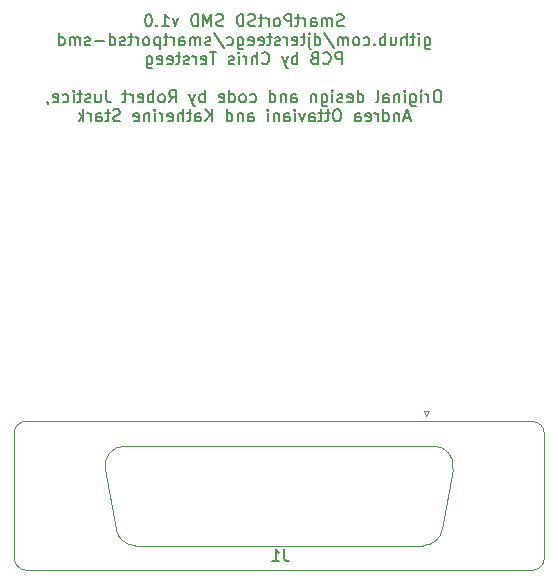
<source format=gbr>
%TF.GenerationSoftware,KiCad,Pcbnew,7.0.9*%
%TF.CreationDate,2023-12-04T13:48:36-06:00*%
%TF.ProjectId,smartportsd-smd,736d6172-7470-46f7-9274-73642d736d64,rev?*%
%TF.SameCoordinates,Original*%
%TF.FileFunction,Legend,Bot*%
%TF.FilePolarity,Positive*%
%FSLAX46Y46*%
G04 Gerber Fmt 4.6, Leading zero omitted, Abs format (unit mm)*
G04 Created by KiCad (PCBNEW 7.0.9) date 2023-12-04 13:48:36*
%MOMM*%
%LPD*%
G01*
G04 APERTURE LIST*
%ADD10C,0.150000*%
%ADD11C,0.120000*%
G04 APERTURE END LIST*
D10*
X162455762Y-88457200D02*
X162312905Y-88504819D01*
X162312905Y-88504819D02*
X162074810Y-88504819D01*
X162074810Y-88504819D02*
X161979572Y-88457200D01*
X161979572Y-88457200D02*
X161931953Y-88409580D01*
X161931953Y-88409580D02*
X161884334Y-88314342D01*
X161884334Y-88314342D02*
X161884334Y-88219104D01*
X161884334Y-88219104D02*
X161931953Y-88123866D01*
X161931953Y-88123866D02*
X161979572Y-88076247D01*
X161979572Y-88076247D02*
X162074810Y-88028628D01*
X162074810Y-88028628D02*
X162265286Y-87981009D01*
X162265286Y-87981009D02*
X162360524Y-87933390D01*
X162360524Y-87933390D02*
X162408143Y-87885771D01*
X162408143Y-87885771D02*
X162455762Y-87790533D01*
X162455762Y-87790533D02*
X162455762Y-87695295D01*
X162455762Y-87695295D02*
X162408143Y-87600057D01*
X162408143Y-87600057D02*
X162360524Y-87552438D01*
X162360524Y-87552438D02*
X162265286Y-87504819D01*
X162265286Y-87504819D02*
X162027191Y-87504819D01*
X162027191Y-87504819D02*
X161884334Y-87552438D01*
X161455762Y-88504819D02*
X161455762Y-87838152D01*
X161455762Y-87933390D02*
X161408143Y-87885771D01*
X161408143Y-87885771D02*
X161312905Y-87838152D01*
X161312905Y-87838152D02*
X161170048Y-87838152D01*
X161170048Y-87838152D02*
X161074810Y-87885771D01*
X161074810Y-87885771D02*
X161027191Y-87981009D01*
X161027191Y-87981009D02*
X161027191Y-88504819D01*
X161027191Y-87981009D02*
X160979572Y-87885771D01*
X160979572Y-87885771D02*
X160884334Y-87838152D01*
X160884334Y-87838152D02*
X160741477Y-87838152D01*
X160741477Y-87838152D02*
X160646238Y-87885771D01*
X160646238Y-87885771D02*
X160598619Y-87981009D01*
X160598619Y-87981009D02*
X160598619Y-88504819D01*
X159693858Y-88504819D02*
X159693858Y-87981009D01*
X159693858Y-87981009D02*
X159741477Y-87885771D01*
X159741477Y-87885771D02*
X159836715Y-87838152D01*
X159836715Y-87838152D02*
X160027191Y-87838152D01*
X160027191Y-87838152D02*
X160122429Y-87885771D01*
X159693858Y-88457200D02*
X159789096Y-88504819D01*
X159789096Y-88504819D02*
X160027191Y-88504819D01*
X160027191Y-88504819D02*
X160122429Y-88457200D01*
X160122429Y-88457200D02*
X160170048Y-88361961D01*
X160170048Y-88361961D02*
X160170048Y-88266723D01*
X160170048Y-88266723D02*
X160122429Y-88171485D01*
X160122429Y-88171485D02*
X160027191Y-88123866D01*
X160027191Y-88123866D02*
X159789096Y-88123866D01*
X159789096Y-88123866D02*
X159693858Y-88076247D01*
X159217667Y-88504819D02*
X159217667Y-87838152D01*
X159217667Y-88028628D02*
X159170048Y-87933390D01*
X159170048Y-87933390D02*
X159122429Y-87885771D01*
X159122429Y-87885771D02*
X159027191Y-87838152D01*
X159027191Y-87838152D02*
X158931953Y-87838152D01*
X158741476Y-87838152D02*
X158360524Y-87838152D01*
X158598619Y-87504819D02*
X158598619Y-88361961D01*
X158598619Y-88361961D02*
X158551000Y-88457200D01*
X158551000Y-88457200D02*
X158455762Y-88504819D01*
X158455762Y-88504819D02*
X158360524Y-88504819D01*
X158027190Y-88504819D02*
X158027190Y-87504819D01*
X158027190Y-87504819D02*
X157646238Y-87504819D01*
X157646238Y-87504819D02*
X157551000Y-87552438D01*
X157551000Y-87552438D02*
X157503381Y-87600057D01*
X157503381Y-87600057D02*
X157455762Y-87695295D01*
X157455762Y-87695295D02*
X157455762Y-87838152D01*
X157455762Y-87838152D02*
X157503381Y-87933390D01*
X157503381Y-87933390D02*
X157551000Y-87981009D01*
X157551000Y-87981009D02*
X157646238Y-88028628D01*
X157646238Y-88028628D02*
X158027190Y-88028628D01*
X156884333Y-88504819D02*
X156979571Y-88457200D01*
X156979571Y-88457200D02*
X157027190Y-88409580D01*
X157027190Y-88409580D02*
X157074809Y-88314342D01*
X157074809Y-88314342D02*
X157074809Y-88028628D01*
X157074809Y-88028628D02*
X157027190Y-87933390D01*
X157027190Y-87933390D02*
X156979571Y-87885771D01*
X156979571Y-87885771D02*
X156884333Y-87838152D01*
X156884333Y-87838152D02*
X156741476Y-87838152D01*
X156741476Y-87838152D02*
X156646238Y-87885771D01*
X156646238Y-87885771D02*
X156598619Y-87933390D01*
X156598619Y-87933390D02*
X156551000Y-88028628D01*
X156551000Y-88028628D02*
X156551000Y-88314342D01*
X156551000Y-88314342D02*
X156598619Y-88409580D01*
X156598619Y-88409580D02*
X156646238Y-88457200D01*
X156646238Y-88457200D02*
X156741476Y-88504819D01*
X156741476Y-88504819D02*
X156884333Y-88504819D01*
X156122428Y-88504819D02*
X156122428Y-87838152D01*
X156122428Y-88028628D02*
X156074809Y-87933390D01*
X156074809Y-87933390D02*
X156027190Y-87885771D01*
X156027190Y-87885771D02*
X155931952Y-87838152D01*
X155931952Y-87838152D02*
X155836714Y-87838152D01*
X155646237Y-87838152D02*
X155265285Y-87838152D01*
X155503380Y-87504819D02*
X155503380Y-88361961D01*
X155503380Y-88361961D02*
X155455761Y-88457200D01*
X155455761Y-88457200D02*
X155360523Y-88504819D01*
X155360523Y-88504819D02*
X155265285Y-88504819D01*
X154979570Y-88457200D02*
X154836713Y-88504819D01*
X154836713Y-88504819D02*
X154598618Y-88504819D01*
X154598618Y-88504819D02*
X154503380Y-88457200D01*
X154503380Y-88457200D02*
X154455761Y-88409580D01*
X154455761Y-88409580D02*
X154408142Y-88314342D01*
X154408142Y-88314342D02*
X154408142Y-88219104D01*
X154408142Y-88219104D02*
X154455761Y-88123866D01*
X154455761Y-88123866D02*
X154503380Y-88076247D01*
X154503380Y-88076247D02*
X154598618Y-88028628D01*
X154598618Y-88028628D02*
X154789094Y-87981009D01*
X154789094Y-87981009D02*
X154884332Y-87933390D01*
X154884332Y-87933390D02*
X154931951Y-87885771D01*
X154931951Y-87885771D02*
X154979570Y-87790533D01*
X154979570Y-87790533D02*
X154979570Y-87695295D01*
X154979570Y-87695295D02*
X154931951Y-87600057D01*
X154931951Y-87600057D02*
X154884332Y-87552438D01*
X154884332Y-87552438D02*
X154789094Y-87504819D01*
X154789094Y-87504819D02*
X154550999Y-87504819D01*
X154550999Y-87504819D02*
X154408142Y-87552438D01*
X153979570Y-88504819D02*
X153979570Y-87504819D01*
X153979570Y-87504819D02*
X153741475Y-87504819D01*
X153741475Y-87504819D02*
X153598618Y-87552438D01*
X153598618Y-87552438D02*
X153503380Y-87647676D01*
X153503380Y-87647676D02*
X153455761Y-87742914D01*
X153455761Y-87742914D02*
X153408142Y-87933390D01*
X153408142Y-87933390D02*
X153408142Y-88076247D01*
X153408142Y-88076247D02*
X153455761Y-88266723D01*
X153455761Y-88266723D02*
X153503380Y-88361961D01*
X153503380Y-88361961D02*
X153598618Y-88457200D01*
X153598618Y-88457200D02*
X153741475Y-88504819D01*
X153741475Y-88504819D02*
X153979570Y-88504819D01*
X152265284Y-88457200D02*
X152122427Y-88504819D01*
X152122427Y-88504819D02*
X151884332Y-88504819D01*
X151884332Y-88504819D02*
X151789094Y-88457200D01*
X151789094Y-88457200D02*
X151741475Y-88409580D01*
X151741475Y-88409580D02*
X151693856Y-88314342D01*
X151693856Y-88314342D02*
X151693856Y-88219104D01*
X151693856Y-88219104D02*
X151741475Y-88123866D01*
X151741475Y-88123866D02*
X151789094Y-88076247D01*
X151789094Y-88076247D02*
X151884332Y-88028628D01*
X151884332Y-88028628D02*
X152074808Y-87981009D01*
X152074808Y-87981009D02*
X152170046Y-87933390D01*
X152170046Y-87933390D02*
X152217665Y-87885771D01*
X152217665Y-87885771D02*
X152265284Y-87790533D01*
X152265284Y-87790533D02*
X152265284Y-87695295D01*
X152265284Y-87695295D02*
X152217665Y-87600057D01*
X152217665Y-87600057D02*
X152170046Y-87552438D01*
X152170046Y-87552438D02*
X152074808Y-87504819D01*
X152074808Y-87504819D02*
X151836713Y-87504819D01*
X151836713Y-87504819D02*
X151693856Y-87552438D01*
X151265284Y-88504819D02*
X151265284Y-87504819D01*
X151265284Y-87504819D02*
X150931951Y-88219104D01*
X150931951Y-88219104D02*
X150598618Y-87504819D01*
X150598618Y-87504819D02*
X150598618Y-88504819D01*
X150122427Y-88504819D02*
X150122427Y-87504819D01*
X150122427Y-87504819D02*
X149884332Y-87504819D01*
X149884332Y-87504819D02*
X149741475Y-87552438D01*
X149741475Y-87552438D02*
X149646237Y-87647676D01*
X149646237Y-87647676D02*
X149598618Y-87742914D01*
X149598618Y-87742914D02*
X149550999Y-87933390D01*
X149550999Y-87933390D02*
X149550999Y-88076247D01*
X149550999Y-88076247D02*
X149598618Y-88266723D01*
X149598618Y-88266723D02*
X149646237Y-88361961D01*
X149646237Y-88361961D02*
X149741475Y-88457200D01*
X149741475Y-88457200D02*
X149884332Y-88504819D01*
X149884332Y-88504819D02*
X150122427Y-88504819D01*
X148455760Y-87838152D02*
X148217665Y-88504819D01*
X148217665Y-88504819D02*
X147979570Y-87838152D01*
X147074808Y-88504819D02*
X147646236Y-88504819D01*
X147360522Y-88504819D02*
X147360522Y-87504819D01*
X147360522Y-87504819D02*
X147455760Y-87647676D01*
X147455760Y-87647676D02*
X147550998Y-87742914D01*
X147550998Y-87742914D02*
X147646236Y-87790533D01*
X146646236Y-88409580D02*
X146598617Y-88457200D01*
X146598617Y-88457200D02*
X146646236Y-88504819D01*
X146646236Y-88504819D02*
X146693855Y-88457200D01*
X146693855Y-88457200D02*
X146646236Y-88409580D01*
X146646236Y-88409580D02*
X146646236Y-88504819D01*
X145979570Y-87504819D02*
X145884332Y-87504819D01*
X145884332Y-87504819D02*
X145789094Y-87552438D01*
X145789094Y-87552438D02*
X145741475Y-87600057D01*
X145741475Y-87600057D02*
X145693856Y-87695295D01*
X145693856Y-87695295D02*
X145646237Y-87885771D01*
X145646237Y-87885771D02*
X145646237Y-88123866D01*
X145646237Y-88123866D02*
X145693856Y-88314342D01*
X145693856Y-88314342D02*
X145741475Y-88409580D01*
X145741475Y-88409580D02*
X145789094Y-88457200D01*
X145789094Y-88457200D02*
X145884332Y-88504819D01*
X145884332Y-88504819D02*
X145979570Y-88504819D01*
X145979570Y-88504819D02*
X146074808Y-88457200D01*
X146074808Y-88457200D02*
X146122427Y-88409580D01*
X146122427Y-88409580D02*
X146170046Y-88314342D01*
X146170046Y-88314342D02*
X146217665Y-88123866D01*
X146217665Y-88123866D02*
X146217665Y-87885771D01*
X146217665Y-87885771D02*
X146170046Y-87695295D01*
X146170046Y-87695295D02*
X146122427Y-87600057D01*
X146122427Y-87600057D02*
X146074808Y-87552438D01*
X146074808Y-87552438D02*
X145979570Y-87504819D01*
X169312906Y-89448152D02*
X169312906Y-90257676D01*
X169312906Y-90257676D02*
X169360525Y-90352914D01*
X169360525Y-90352914D02*
X169408144Y-90400533D01*
X169408144Y-90400533D02*
X169503382Y-90448152D01*
X169503382Y-90448152D02*
X169646239Y-90448152D01*
X169646239Y-90448152D02*
X169741477Y-90400533D01*
X169312906Y-90067200D02*
X169408144Y-90114819D01*
X169408144Y-90114819D02*
X169598620Y-90114819D01*
X169598620Y-90114819D02*
X169693858Y-90067200D01*
X169693858Y-90067200D02*
X169741477Y-90019580D01*
X169741477Y-90019580D02*
X169789096Y-89924342D01*
X169789096Y-89924342D02*
X169789096Y-89638628D01*
X169789096Y-89638628D02*
X169741477Y-89543390D01*
X169741477Y-89543390D02*
X169693858Y-89495771D01*
X169693858Y-89495771D02*
X169598620Y-89448152D01*
X169598620Y-89448152D02*
X169408144Y-89448152D01*
X169408144Y-89448152D02*
X169312906Y-89495771D01*
X168836715Y-90114819D02*
X168836715Y-89448152D01*
X168836715Y-89114819D02*
X168884334Y-89162438D01*
X168884334Y-89162438D02*
X168836715Y-89210057D01*
X168836715Y-89210057D02*
X168789096Y-89162438D01*
X168789096Y-89162438D02*
X168836715Y-89114819D01*
X168836715Y-89114819D02*
X168836715Y-89210057D01*
X168503382Y-89448152D02*
X168122430Y-89448152D01*
X168360525Y-89114819D02*
X168360525Y-89971961D01*
X168360525Y-89971961D02*
X168312906Y-90067200D01*
X168312906Y-90067200D02*
X168217668Y-90114819D01*
X168217668Y-90114819D02*
X168122430Y-90114819D01*
X167789096Y-90114819D02*
X167789096Y-89114819D01*
X167360525Y-90114819D02*
X167360525Y-89591009D01*
X167360525Y-89591009D02*
X167408144Y-89495771D01*
X167408144Y-89495771D02*
X167503382Y-89448152D01*
X167503382Y-89448152D02*
X167646239Y-89448152D01*
X167646239Y-89448152D02*
X167741477Y-89495771D01*
X167741477Y-89495771D02*
X167789096Y-89543390D01*
X166455763Y-89448152D02*
X166455763Y-90114819D01*
X166884334Y-89448152D02*
X166884334Y-89971961D01*
X166884334Y-89971961D02*
X166836715Y-90067200D01*
X166836715Y-90067200D02*
X166741477Y-90114819D01*
X166741477Y-90114819D02*
X166598620Y-90114819D01*
X166598620Y-90114819D02*
X166503382Y-90067200D01*
X166503382Y-90067200D02*
X166455763Y-90019580D01*
X165979572Y-90114819D02*
X165979572Y-89114819D01*
X165979572Y-89495771D02*
X165884334Y-89448152D01*
X165884334Y-89448152D02*
X165693858Y-89448152D01*
X165693858Y-89448152D02*
X165598620Y-89495771D01*
X165598620Y-89495771D02*
X165551001Y-89543390D01*
X165551001Y-89543390D02*
X165503382Y-89638628D01*
X165503382Y-89638628D02*
X165503382Y-89924342D01*
X165503382Y-89924342D02*
X165551001Y-90019580D01*
X165551001Y-90019580D02*
X165598620Y-90067200D01*
X165598620Y-90067200D02*
X165693858Y-90114819D01*
X165693858Y-90114819D02*
X165884334Y-90114819D01*
X165884334Y-90114819D02*
X165979572Y-90067200D01*
X165074810Y-90019580D02*
X165027191Y-90067200D01*
X165027191Y-90067200D02*
X165074810Y-90114819D01*
X165074810Y-90114819D02*
X165122429Y-90067200D01*
X165122429Y-90067200D02*
X165074810Y-90019580D01*
X165074810Y-90019580D02*
X165074810Y-90114819D01*
X164170049Y-90067200D02*
X164265287Y-90114819D01*
X164265287Y-90114819D02*
X164455763Y-90114819D01*
X164455763Y-90114819D02*
X164551001Y-90067200D01*
X164551001Y-90067200D02*
X164598620Y-90019580D01*
X164598620Y-90019580D02*
X164646239Y-89924342D01*
X164646239Y-89924342D02*
X164646239Y-89638628D01*
X164646239Y-89638628D02*
X164598620Y-89543390D01*
X164598620Y-89543390D02*
X164551001Y-89495771D01*
X164551001Y-89495771D02*
X164455763Y-89448152D01*
X164455763Y-89448152D02*
X164265287Y-89448152D01*
X164265287Y-89448152D02*
X164170049Y-89495771D01*
X163598620Y-90114819D02*
X163693858Y-90067200D01*
X163693858Y-90067200D02*
X163741477Y-90019580D01*
X163741477Y-90019580D02*
X163789096Y-89924342D01*
X163789096Y-89924342D02*
X163789096Y-89638628D01*
X163789096Y-89638628D02*
X163741477Y-89543390D01*
X163741477Y-89543390D02*
X163693858Y-89495771D01*
X163693858Y-89495771D02*
X163598620Y-89448152D01*
X163598620Y-89448152D02*
X163455763Y-89448152D01*
X163455763Y-89448152D02*
X163360525Y-89495771D01*
X163360525Y-89495771D02*
X163312906Y-89543390D01*
X163312906Y-89543390D02*
X163265287Y-89638628D01*
X163265287Y-89638628D02*
X163265287Y-89924342D01*
X163265287Y-89924342D02*
X163312906Y-90019580D01*
X163312906Y-90019580D02*
X163360525Y-90067200D01*
X163360525Y-90067200D02*
X163455763Y-90114819D01*
X163455763Y-90114819D02*
X163598620Y-90114819D01*
X162836715Y-90114819D02*
X162836715Y-89448152D01*
X162836715Y-89543390D02*
X162789096Y-89495771D01*
X162789096Y-89495771D02*
X162693858Y-89448152D01*
X162693858Y-89448152D02*
X162551001Y-89448152D01*
X162551001Y-89448152D02*
X162455763Y-89495771D01*
X162455763Y-89495771D02*
X162408144Y-89591009D01*
X162408144Y-89591009D02*
X162408144Y-90114819D01*
X162408144Y-89591009D02*
X162360525Y-89495771D01*
X162360525Y-89495771D02*
X162265287Y-89448152D01*
X162265287Y-89448152D02*
X162122430Y-89448152D01*
X162122430Y-89448152D02*
X162027191Y-89495771D01*
X162027191Y-89495771D02*
X161979572Y-89591009D01*
X161979572Y-89591009D02*
X161979572Y-90114819D01*
X160789097Y-89067200D02*
X161646239Y-90352914D01*
X160027192Y-90114819D02*
X160027192Y-89114819D01*
X160027192Y-90067200D02*
X160122430Y-90114819D01*
X160122430Y-90114819D02*
X160312906Y-90114819D01*
X160312906Y-90114819D02*
X160408144Y-90067200D01*
X160408144Y-90067200D02*
X160455763Y-90019580D01*
X160455763Y-90019580D02*
X160503382Y-89924342D01*
X160503382Y-89924342D02*
X160503382Y-89638628D01*
X160503382Y-89638628D02*
X160455763Y-89543390D01*
X160455763Y-89543390D02*
X160408144Y-89495771D01*
X160408144Y-89495771D02*
X160312906Y-89448152D01*
X160312906Y-89448152D02*
X160122430Y-89448152D01*
X160122430Y-89448152D02*
X160027192Y-89495771D01*
X159551001Y-89448152D02*
X159551001Y-90305295D01*
X159551001Y-90305295D02*
X159598620Y-90400533D01*
X159598620Y-90400533D02*
X159693858Y-90448152D01*
X159693858Y-90448152D02*
X159741477Y-90448152D01*
X159551001Y-89114819D02*
X159598620Y-89162438D01*
X159598620Y-89162438D02*
X159551001Y-89210057D01*
X159551001Y-89210057D02*
X159503382Y-89162438D01*
X159503382Y-89162438D02*
X159551001Y-89114819D01*
X159551001Y-89114819D02*
X159551001Y-89210057D01*
X159217668Y-89448152D02*
X158836716Y-89448152D01*
X159074811Y-89114819D02*
X159074811Y-89971961D01*
X159074811Y-89971961D02*
X159027192Y-90067200D01*
X159027192Y-90067200D02*
X158931954Y-90114819D01*
X158931954Y-90114819D02*
X158836716Y-90114819D01*
X158122430Y-90067200D02*
X158217668Y-90114819D01*
X158217668Y-90114819D02*
X158408144Y-90114819D01*
X158408144Y-90114819D02*
X158503382Y-90067200D01*
X158503382Y-90067200D02*
X158551001Y-89971961D01*
X158551001Y-89971961D02*
X158551001Y-89591009D01*
X158551001Y-89591009D02*
X158503382Y-89495771D01*
X158503382Y-89495771D02*
X158408144Y-89448152D01*
X158408144Y-89448152D02*
X158217668Y-89448152D01*
X158217668Y-89448152D02*
X158122430Y-89495771D01*
X158122430Y-89495771D02*
X158074811Y-89591009D01*
X158074811Y-89591009D02*
X158074811Y-89686247D01*
X158074811Y-89686247D02*
X158551001Y-89781485D01*
X157646239Y-90114819D02*
X157646239Y-89448152D01*
X157646239Y-89638628D02*
X157598620Y-89543390D01*
X157598620Y-89543390D02*
X157551001Y-89495771D01*
X157551001Y-89495771D02*
X157455763Y-89448152D01*
X157455763Y-89448152D02*
X157360525Y-89448152D01*
X157074810Y-90067200D02*
X156979572Y-90114819D01*
X156979572Y-90114819D02*
X156789096Y-90114819D01*
X156789096Y-90114819D02*
X156693858Y-90067200D01*
X156693858Y-90067200D02*
X156646239Y-89971961D01*
X156646239Y-89971961D02*
X156646239Y-89924342D01*
X156646239Y-89924342D02*
X156693858Y-89829104D01*
X156693858Y-89829104D02*
X156789096Y-89781485D01*
X156789096Y-89781485D02*
X156931953Y-89781485D01*
X156931953Y-89781485D02*
X157027191Y-89733866D01*
X157027191Y-89733866D02*
X157074810Y-89638628D01*
X157074810Y-89638628D02*
X157074810Y-89591009D01*
X157074810Y-89591009D02*
X157027191Y-89495771D01*
X157027191Y-89495771D02*
X156931953Y-89448152D01*
X156931953Y-89448152D02*
X156789096Y-89448152D01*
X156789096Y-89448152D02*
X156693858Y-89495771D01*
X156360524Y-89448152D02*
X155979572Y-89448152D01*
X156217667Y-89114819D02*
X156217667Y-89971961D01*
X156217667Y-89971961D02*
X156170048Y-90067200D01*
X156170048Y-90067200D02*
X156074810Y-90114819D01*
X156074810Y-90114819D02*
X155979572Y-90114819D01*
X155265286Y-90067200D02*
X155360524Y-90114819D01*
X155360524Y-90114819D02*
X155551000Y-90114819D01*
X155551000Y-90114819D02*
X155646238Y-90067200D01*
X155646238Y-90067200D02*
X155693857Y-89971961D01*
X155693857Y-89971961D02*
X155693857Y-89591009D01*
X155693857Y-89591009D02*
X155646238Y-89495771D01*
X155646238Y-89495771D02*
X155551000Y-89448152D01*
X155551000Y-89448152D02*
X155360524Y-89448152D01*
X155360524Y-89448152D02*
X155265286Y-89495771D01*
X155265286Y-89495771D02*
X155217667Y-89591009D01*
X155217667Y-89591009D02*
X155217667Y-89686247D01*
X155217667Y-89686247D02*
X155693857Y-89781485D01*
X154408143Y-90067200D02*
X154503381Y-90114819D01*
X154503381Y-90114819D02*
X154693857Y-90114819D01*
X154693857Y-90114819D02*
X154789095Y-90067200D01*
X154789095Y-90067200D02*
X154836714Y-89971961D01*
X154836714Y-89971961D02*
X154836714Y-89591009D01*
X154836714Y-89591009D02*
X154789095Y-89495771D01*
X154789095Y-89495771D02*
X154693857Y-89448152D01*
X154693857Y-89448152D02*
X154503381Y-89448152D01*
X154503381Y-89448152D02*
X154408143Y-89495771D01*
X154408143Y-89495771D02*
X154360524Y-89591009D01*
X154360524Y-89591009D02*
X154360524Y-89686247D01*
X154360524Y-89686247D02*
X154836714Y-89781485D01*
X153503381Y-89448152D02*
X153503381Y-90257676D01*
X153503381Y-90257676D02*
X153551000Y-90352914D01*
X153551000Y-90352914D02*
X153598619Y-90400533D01*
X153598619Y-90400533D02*
X153693857Y-90448152D01*
X153693857Y-90448152D02*
X153836714Y-90448152D01*
X153836714Y-90448152D02*
X153931952Y-90400533D01*
X153503381Y-90067200D02*
X153598619Y-90114819D01*
X153598619Y-90114819D02*
X153789095Y-90114819D01*
X153789095Y-90114819D02*
X153884333Y-90067200D01*
X153884333Y-90067200D02*
X153931952Y-90019580D01*
X153931952Y-90019580D02*
X153979571Y-89924342D01*
X153979571Y-89924342D02*
X153979571Y-89638628D01*
X153979571Y-89638628D02*
X153931952Y-89543390D01*
X153931952Y-89543390D02*
X153884333Y-89495771D01*
X153884333Y-89495771D02*
X153789095Y-89448152D01*
X153789095Y-89448152D02*
X153598619Y-89448152D01*
X153598619Y-89448152D02*
X153503381Y-89495771D01*
X152598619Y-90067200D02*
X152693857Y-90114819D01*
X152693857Y-90114819D02*
X152884333Y-90114819D01*
X152884333Y-90114819D02*
X152979571Y-90067200D01*
X152979571Y-90067200D02*
X153027190Y-90019580D01*
X153027190Y-90019580D02*
X153074809Y-89924342D01*
X153074809Y-89924342D02*
X153074809Y-89638628D01*
X153074809Y-89638628D02*
X153027190Y-89543390D01*
X153027190Y-89543390D02*
X152979571Y-89495771D01*
X152979571Y-89495771D02*
X152884333Y-89448152D01*
X152884333Y-89448152D02*
X152693857Y-89448152D01*
X152693857Y-89448152D02*
X152598619Y-89495771D01*
X151455762Y-89067200D02*
X152312904Y-90352914D01*
X151170047Y-90067200D02*
X151074809Y-90114819D01*
X151074809Y-90114819D02*
X150884333Y-90114819D01*
X150884333Y-90114819D02*
X150789095Y-90067200D01*
X150789095Y-90067200D02*
X150741476Y-89971961D01*
X150741476Y-89971961D02*
X150741476Y-89924342D01*
X150741476Y-89924342D02*
X150789095Y-89829104D01*
X150789095Y-89829104D02*
X150884333Y-89781485D01*
X150884333Y-89781485D02*
X151027190Y-89781485D01*
X151027190Y-89781485D02*
X151122428Y-89733866D01*
X151122428Y-89733866D02*
X151170047Y-89638628D01*
X151170047Y-89638628D02*
X151170047Y-89591009D01*
X151170047Y-89591009D02*
X151122428Y-89495771D01*
X151122428Y-89495771D02*
X151027190Y-89448152D01*
X151027190Y-89448152D02*
X150884333Y-89448152D01*
X150884333Y-89448152D02*
X150789095Y-89495771D01*
X150312904Y-90114819D02*
X150312904Y-89448152D01*
X150312904Y-89543390D02*
X150265285Y-89495771D01*
X150265285Y-89495771D02*
X150170047Y-89448152D01*
X150170047Y-89448152D02*
X150027190Y-89448152D01*
X150027190Y-89448152D02*
X149931952Y-89495771D01*
X149931952Y-89495771D02*
X149884333Y-89591009D01*
X149884333Y-89591009D02*
X149884333Y-90114819D01*
X149884333Y-89591009D02*
X149836714Y-89495771D01*
X149836714Y-89495771D02*
X149741476Y-89448152D01*
X149741476Y-89448152D02*
X149598619Y-89448152D01*
X149598619Y-89448152D02*
X149503380Y-89495771D01*
X149503380Y-89495771D02*
X149455761Y-89591009D01*
X149455761Y-89591009D02*
X149455761Y-90114819D01*
X148551000Y-90114819D02*
X148551000Y-89591009D01*
X148551000Y-89591009D02*
X148598619Y-89495771D01*
X148598619Y-89495771D02*
X148693857Y-89448152D01*
X148693857Y-89448152D02*
X148884333Y-89448152D01*
X148884333Y-89448152D02*
X148979571Y-89495771D01*
X148551000Y-90067200D02*
X148646238Y-90114819D01*
X148646238Y-90114819D02*
X148884333Y-90114819D01*
X148884333Y-90114819D02*
X148979571Y-90067200D01*
X148979571Y-90067200D02*
X149027190Y-89971961D01*
X149027190Y-89971961D02*
X149027190Y-89876723D01*
X149027190Y-89876723D02*
X148979571Y-89781485D01*
X148979571Y-89781485D02*
X148884333Y-89733866D01*
X148884333Y-89733866D02*
X148646238Y-89733866D01*
X148646238Y-89733866D02*
X148551000Y-89686247D01*
X148074809Y-90114819D02*
X148074809Y-89448152D01*
X148074809Y-89638628D02*
X148027190Y-89543390D01*
X148027190Y-89543390D02*
X147979571Y-89495771D01*
X147979571Y-89495771D02*
X147884333Y-89448152D01*
X147884333Y-89448152D02*
X147789095Y-89448152D01*
X147598618Y-89448152D02*
X147217666Y-89448152D01*
X147455761Y-89114819D02*
X147455761Y-89971961D01*
X147455761Y-89971961D02*
X147408142Y-90067200D01*
X147408142Y-90067200D02*
X147312904Y-90114819D01*
X147312904Y-90114819D02*
X147217666Y-90114819D01*
X146884332Y-89448152D02*
X146884332Y-90448152D01*
X146884332Y-89495771D02*
X146789094Y-89448152D01*
X146789094Y-89448152D02*
X146598618Y-89448152D01*
X146598618Y-89448152D02*
X146503380Y-89495771D01*
X146503380Y-89495771D02*
X146455761Y-89543390D01*
X146455761Y-89543390D02*
X146408142Y-89638628D01*
X146408142Y-89638628D02*
X146408142Y-89924342D01*
X146408142Y-89924342D02*
X146455761Y-90019580D01*
X146455761Y-90019580D02*
X146503380Y-90067200D01*
X146503380Y-90067200D02*
X146598618Y-90114819D01*
X146598618Y-90114819D02*
X146789094Y-90114819D01*
X146789094Y-90114819D02*
X146884332Y-90067200D01*
X145836713Y-90114819D02*
X145931951Y-90067200D01*
X145931951Y-90067200D02*
X145979570Y-90019580D01*
X145979570Y-90019580D02*
X146027189Y-89924342D01*
X146027189Y-89924342D02*
X146027189Y-89638628D01*
X146027189Y-89638628D02*
X145979570Y-89543390D01*
X145979570Y-89543390D02*
X145931951Y-89495771D01*
X145931951Y-89495771D02*
X145836713Y-89448152D01*
X145836713Y-89448152D02*
X145693856Y-89448152D01*
X145693856Y-89448152D02*
X145598618Y-89495771D01*
X145598618Y-89495771D02*
X145550999Y-89543390D01*
X145550999Y-89543390D02*
X145503380Y-89638628D01*
X145503380Y-89638628D02*
X145503380Y-89924342D01*
X145503380Y-89924342D02*
X145550999Y-90019580D01*
X145550999Y-90019580D02*
X145598618Y-90067200D01*
X145598618Y-90067200D02*
X145693856Y-90114819D01*
X145693856Y-90114819D02*
X145836713Y-90114819D01*
X145074808Y-90114819D02*
X145074808Y-89448152D01*
X145074808Y-89638628D02*
X145027189Y-89543390D01*
X145027189Y-89543390D02*
X144979570Y-89495771D01*
X144979570Y-89495771D02*
X144884332Y-89448152D01*
X144884332Y-89448152D02*
X144789094Y-89448152D01*
X144598617Y-89448152D02*
X144217665Y-89448152D01*
X144455760Y-89114819D02*
X144455760Y-89971961D01*
X144455760Y-89971961D02*
X144408141Y-90067200D01*
X144408141Y-90067200D02*
X144312903Y-90114819D01*
X144312903Y-90114819D02*
X144217665Y-90114819D01*
X143931950Y-90067200D02*
X143836712Y-90114819D01*
X143836712Y-90114819D02*
X143646236Y-90114819D01*
X143646236Y-90114819D02*
X143550998Y-90067200D01*
X143550998Y-90067200D02*
X143503379Y-89971961D01*
X143503379Y-89971961D02*
X143503379Y-89924342D01*
X143503379Y-89924342D02*
X143550998Y-89829104D01*
X143550998Y-89829104D02*
X143646236Y-89781485D01*
X143646236Y-89781485D02*
X143789093Y-89781485D01*
X143789093Y-89781485D02*
X143884331Y-89733866D01*
X143884331Y-89733866D02*
X143931950Y-89638628D01*
X143931950Y-89638628D02*
X143931950Y-89591009D01*
X143931950Y-89591009D02*
X143884331Y-89495771D01*
X143884331Y-89495771D02*
X143789093Y-89448152D01*
X143789093Y-89448152D02*
X143646236Y-89448152D01*
X143646236Y-89448152D02*
X143550998Y-89495771D01*
X142646236Y-90114819D02*
X142646236Y-89114819D01*
X142646236Y-90067200D02*
X142741474Y-90114819D01*
X142741474Y-90114819D02*
X142931950Y-90114819D01*
X142931950Y-90114819D02*
X143027188Y-90067200D01*
X143027188Y-90067200D02*
X143074807Y-90019580D01*
X143074807Y-90019580D02*
X143122426Y-89924342D01*
X143122426Y-89924342D02*
X143122426Y-89638628D01*
X143122426Y-89638628D02*
X143074807Y-89543390D01*
X143074807Y-89543390D02*
X143027188Y-89495771D01*
X143027188Y-89495771D02*
X142931950Y-89448152D01*
X142931950Y-89448152D02*
X142741474Y-89448152D01*
X142741474Y-89448152D02*
X142646236Y-89495771D01*
X142170045Y-89733866D02*
X141408141Y-89733866D01*
X140979569Y-90067200D02*
X140884331Y-90114819D01*
X140884331Y-90114819D02*
X140693855Y-90114819D01*
X140693855Y-90114819D02*
X140598617Y-90067200D01*
X140598617Y-90067200D02*
X140550998Y-89971961D01*
X140550998Y-89971961D02*
X140550998Y-89924342D01*
X140550998Y-89924342D02*
X140598617Y-89829104D01*
X140598617Y-89829104D02*
X140693855Y-89781485D01*
X140693855Y-89781485D02*
X140836712Y-89781485D01*
X140836712Y-89781485D02*
X140931950Y-89733866D01*
X140931950Y-89733866D02*
X140979569Y-89638628D01*
X140979569Y-89638628D02*
X140979569Y-89591009D01*
X140979569Y-89591009D02*
X140931950Y-89495771D01*
X140931950Y-89495771D02*
X140836712Y-89448152D01*
X140836712Y-89448152D02*
X140693855Y-89448152D01*
X140693855Y-89448152D02*
X140598617Y-89495771D01*
X140122426Y-90114819D02*
X140122426Y-89448152D01*
X140122426Y-89543390D02*
X140074807Y-89495771D01*
X140074807Y-89495771D02*
X139979569Y-89448152D01*
X139979569Y-89448152D02*
X139836712Y-89448152D01*
X139836712Y-89448152D02*
X139741474Y-89495771D01*
X139741474Y-89495771D02*
X139693855Y-89591009D01*
X139693855Y-89591009D02*
X139693855Y-90114819D01*
X139693855Y-89591009D02*
X139646236Y-89495771D01*
X139646236Y-89495771D02*
X139550998Y-89448152D01*
X139550998Y-89448152D02*
X139408141Y-89448152D01*
X139408141Y-89448152D02*
X139312902Y-89495771D01*
X139312902Y-89495771D02*
X139265283Y-89591009D01*
X139265283Y-89591009D02*
X139265283Y-90114819D01*
X138360522Y-90114819D02*
X138360522Y-89114819D01*
X138360522Y-90067200D02*
X138455760Y-90114819D01*
X138455760Y-90114819D02*
X138646236Y-90114819D01*
X138646236Y-90114819D02*
X138741474Y-90067200D01*
X138741474Y-90067200D02*
X138789093Y-90019580D01*
X138789093Y-90019580D02*
X138836712Y-89924342D01*
X138836712Y-89924342D02*
X138836712Y-89638628D01*
X138836712Y-89638628D02*
X138789093Y-89543390D01*
X138789093Y-89543390D02*
X138741474Y-89495771D01*
X138741474Y-89495771D02*
X138646236Y-89448152D01*
X138646236Y-89448152D02*
X138455760Y-89448152D01*
X138455760Y-89448152D02*
X138360522Y-89495771D01*
X162312905Y-91724819D02*
X162312905Y-90724819D01*
X162312905Y-90724819D02*
X161931953Y-90724819D01*
X161931953Y-90724819D02*
X161836715Y-90772438D01*
X161836715Y-90772438D02*
X161789096Y-90820057D01*
X161789096Y-90820057D02*
X161741477Y-90915295D01*
X161741477Y-90915295D02*
X161741477Y-91058152D01*
X161741477Y-91058152D02*
X161789096Y-91153390D01*
X161789096Y-91153390D02*
X161836715Y-91201009D01*
X161836715Y-91201009D02*
X161931953Y-91248628D01*
X161931953Y-91248628D02*
X162312905Y-91248628D01*
X160741477Y-91629580D02*
X160789096Y-91677200D01*
X160789096Y-91677200D02*
X160931953Y-91724819D01*
X160931953Y-91724819D02*
X161027191Y-91724819D01*
X161027191Y-91724819D02*
X161170048Y-91677200D01*
X161170048Y-91677200D02*
X161265286Y-91581961D01*
X161265286Y-91581961D02*
X161312905Y-91486723D01*
X161312905Y-91486723D02*
X161360524Y-91296247D01*
X161360524Y-91296247D02*
X161360524Y-91153390D01*
X161360524Y-91153390D02*
X161312905Y-90962914D01*
X161312905Y-90962914D02*
X161265286Y-90867676D01*
X161265286Y-90867676D02*
X161170048Y-90772438D01*
X161170048Y-90772438D02*
X161027191Y-90724819D01*
X161027191Y-90724819D02*
X160931953Y-90724819D01*
X160931953Y-90724819D02*
X160789096Y-90772438D01*
X160789096Y-90772438D02*
X160741477Y-90820057D01*
X159979572Y-91201009D02*
X159836715Y-91248628D01*
X159836715Y-91248628D02*
X159789096Y-91296247D01*
X159789096Y-91296247D02*
X159741477Y-91391485D01*
X159741477Y-91391485D02*
X159741477Y-91534342D01*
X159741477Y-91534342D02*
X159789096Y-91629580D01*
X159789096Y-91629580D02*
X159836715Y-91677200D01*
X159836715Y-91677200D02*
X159931953Y-91724819D01*
X159931953Y-91724819D02*
X160312905Y-91724819D01*
X160312905Y-91724819D02*
X160312905Y-90724819D01*
X160312905Y-90724819D02*
X159979572Y-90724819D01*
X159979572Y-90724819D02*
X159884334Y-90772438D01*
X159884334Y-90772438D02*
X159836715Y-90820057D01*
X159836715Y-90820057D02*
X159789096Y-90915295D01*
X159789096Y-90915295D02*
X159789096Y-91010533D01*
X159789096Y-91010533D02*
X159836715Y-91105771D01*
X159836715Y-91105771D02*
X159884334Y-91153390D01*
X159884334Y-91153390D02*
X159979572Y-91201009D01*
X159979572Y-91201009D02*
X160312905Y-91201009D01*
X158551000Y-91724819D02*
X158551000Y-90724819D01*
X158551000Y-91105771D02*
X158455762Y-91058152D01*
X158455762Y-91058152D02*
X158265286Y-91058152D01*
X158265286Y-91058152D02*
X158170048Y-91105771D01*
X158170048Y-91105771D02*
X158122429Y-91153390D01*
X158122429Y-91153390D02*
X158074810Y-91248628D01*
X158074810Y-91248628D02*
X158074810Y-91534342D01*
X158074810Y-91534342D02*
X158122429Y-91629580D01*
X158122429Y-91629580D02*
X158170048Y-91677200D01*
X158170048Y-91677200D02*
X158265286Y-91724819D01*
X158265286Y-91724819D02*
X158455762Y-91724819D01*
X158455762Y-91724819D02*
X158551000Y-91677200D01*
X157741476Y-91058152D02*
X157503381Y-91724819D01*
X157265286Y-91058152D02*
X157503381Y-91724819D01*
X157503381Y-91724819D02*
X157598619Y-91962914D01*
X157598619Y-91962914D02*
X157646238Y-92010533D01*
X157646238Y-92010533D02*
X157741476Y-92058152D01*
X155551000Y-91629580D02*
X155598619Y-91677200D01*
X155598619Y-91677200D02*
X155741476Y-91724819D01*
X155741476Y-91724819D02*
X155836714Y-91724819D01*
X155836714Y-91724819D02*
X155979571Y-91677200D01*
X155979571Y-91677200D02*
X156074809Y-91581961D01*
X156074809Y-91581961D02*
X156122428Y-91486723D01*
X156122428Y-91486723D02*
X156170047Y-91296247D01*
X156170047Y-91296247D02*
X156170047Y-91153390D01*
X156170047Y-91153390D02*
X156122428Y-90962914D01*
X156122428Y-90962914D02*
X156074809Y-90867676D01*
X156074809Y-90867676D02*
X155979571Y-90772438D01*
X155979571Y-90772438D02*
X155836714Y-90724819D01*
X155836714Y-90724819D02*
X155741476Y-90724819D01*
X155741476Y-90724819D02*
X155598619Y-90772438D01*
X155598619Y-90772438D02*
X155551000Y-90820057D01*
X155122428Y-91724819D02*
X155122428Y-90724819D01*
X154693857Y-91724819D02*
X154693857Y-91201009D01*
X154693857Y-91201009D02*
X154741476Y-91105771D01*
X154741476Y-91105771D02*
X154836714Y-91058152D01*
X154836714Y-91058152D02*
X154979571Y-91058152D01*
X154979571Y-91058152D02*
X155074809Y-91105771D01*
X155074809Y-91105771D02*
X155122428Y-91153390D01*
X154217666Y-91724819D02*
X154217666Y-91058152D01*
X154217666Y-91248628D02*
X154170047Y-91153390D01*
X154170047Y-91153390D02*
X154122428Y-91105771D01*
X154122428Y-91105771D02*
X154027190Y-91058152D01*
X154027190Y-91058152D02*
X153931952Y-91058152D01*
X153598618Y-91724819D02*
X153598618Y-91058152D01*
X153598618Y-90724819D02*
X153646237Y-90772438D01*
X153646237Y-90772438D02*
X153598618Y-90820057D01*
X153598618Y-90820057D02*
X153550999Y-90772438D01*
X153550999Y-90772438D02*
X153598618Y-90724819D01*
X153598618Y-90724819D02*
X153598618Y-90820057D01*
X153170047Y-91677200D02*
X153074809Y-91724819D01*
X153074809Y-91724819D02*
X152884333Y-91724819D01*
X152884333Y-91724819D02*
X152789095Y-91677200D01*
X152789095Y-91677200D02*
X152741476Y-91581961D01*
X152741476Y-91581961D02*
X152741476Y-91534342D01*
X152741476Y-91534342D02*
X152789095Y-91439104D01*
X152789095Y-91439104D02*
X152884333Y-91391485D01*
X152884333Y-91391485D02*
X153027190Y-91391485D01*
X153027190Y-91391485D02*
X153122428Y-91343866D01*
X153122428Y-91343866D02*
X153170047Y-91248628D01*
X153170047Y-91248628D02*
X153170047Y-91201009D01*
X153170047Y-91201009D02*
X153122428Y-91105771D01*
X153122428Y-91105771D02*
X153027190Y-91058152D01*
X153027190Y-91058152D02*
X152884333Y-91058152D01*
X152884333Y-91058152D02*
X152789095Y-91105771D01*
X151693856Y-90724819D02*
X151122428Y-90724819D01*
X151408142Y-91724819D02*
X151408142Y-90724819D01*
X150408142Y-91677200D02*
X150503380Y-91724819D01*
X150503380Y-91724819D02*
X150693856Y-91724819D01*
X150693856Y-91724819D02*
X150789094Y-91677200D01*
X150789094Y-91677200D02*
X150836713Y-91581961D01*
X150836713Y-91581961D02*
X150836713Y-91201009D01*
X150836713Y-91201009D02*
X150789094Y-91105771D01*
X150789094Y-91105771D02*
X150693856Y-91058152D01*
X150693856Y-91058152D02*
X150503380Y-91058152D01*
X150503380Y-91058152D02*
X150408142Y-91105771D01*
X150408142Y-91105771D02*
X150360523Y-91201009D01*
X150360523Y-91201009D02*
X150360523Y-91296247D01*
X150360523Y-91296247D02*
X150836713Y-91391485D01*
X149931951Y-91724819D02*
X149931951Y-91058152D01*
X149931951Y-91248628D02*
X149884332Y-91153390D01*
X149884332Y-91153390D02*
X149836713Y-91105771D01*
X149836713Y-91105771D02*
X149741475Y-91058152D01*
X149741475Y-91058152D02*
X149646237Y-91058152D01*
X149360522Y-91677200D02*
X149265284Y-91724819D01*
X149265284Y-91724819D02*
X149074808Y-91724819D01*
X149074808Y-91724819D02*
X148979570Y-91677200D01*
X148979570Y-91677200D02*
X148931951Y-91581961D01*
X148931951Y-91581961D02*
X148931951Y-91534342D01*
X148931951Y-91534342D02*
X148979570Y-91439104D01*
X148979570Y-91439104D02*
X149074808Y-91391485D01*
X149074808Y-91391485D02*
X149217665Y-91391485D01*
X149217665Y-91391485D02*
X149312903Y-91343866D01*
X149312903Y-91343866D02*
X149360522Y-91248628D01*
X149360522Y-91248628D02*
X149360522Y-91201009D01*
X149360522Y-91201009D02*
X149312903Y-91105771D01*
X149312903Y-91105771D02*
X149217665Y-91058152D01*
X149217665Y-91058152D02*
X149074808Y-91058152D01*
X149074808Y-91058152D02*
X148979570Y-91105771D01*
X148646236Y-91058152D02*
X148265284Y-91058152D01*
X148503379Y-90724819D02*
X148503379Y-91581961D01*
X148503379Y-91581961D02*
X148455760Y-91677200D01*
X148455760Y-91677200D02*
X148360522Y-91724819D01*
X148360522Y-91724819D02*
X148265284Y-91724819D01*
X147550998Y-91677200D02*
X147646236Y-91724819D01*
X147646236Y-91724819D02*
X147836712Y-91724819D01*
X147836712Y-91724819D02*
X147931950Y-91677200D01*
X147931950Y-91677200D02*
X147979569Y-91581961D01*
X147979569Y-91581961D02*
X147979569Y-91201009D01*
X147979569Y-91201009D02*
X147931950Y-91105771D01*
X147931950Y-91105771D02*
X147836712Y-91058152D01*
X147836712Y-91058152D02*
X147646236Y-91058152D01*
X147646236Y-91058152D02*
X147550998Y-91105771D01*
X147550998Y-91105771D02*
X147503379Y-91201009D01*
X147503379Y-91201009D02*
X147503379Y-91296247D01*
X147503379Y-91296247D02*
X147979569Y-91391485D01*
X146693855Y-91677200D02*
X146789093Y-91724819D01*
X146789093Y-91724819D02*
X146979569Y-91724819D01*
X146979569Y-91724819D02*
X147074807Y-91677200D01*
X147074807Y-91677200D02*
X147122426Y-91581961D01*
X147122426Y-91581961D02*
X147122426Y-91201009D01*
X147122426Y-91201009D02*
X147074807Y-91105771D01*
X147074807Y-91105771D02*
X146979569Y-91058152D01*
X146979569Y-91058152D02*
X146789093Y-91058152D01*
X146789093Y-91058152D02*
X146693855Y-91105771D01*
X146693855Y-91105771D02*
X146646236Y-91201009D01*
X146646236Y-91201009D02*
X146646236Y-91296247D01*
X146646236Y-91296247D02*
X147122426Y-91391485D01*
X145789093Y-91058152D02*
X145789093Y-91867676D01*
X145789093Y-91867676D02*
X145836712Y-91962914D01*
X145836712Y-91962914D02*
X145884331Y-92010533D01*
X145884331Y-92010533D02*
X145979569Y-92058152D01*
X145979569Y-92058152D02*
X146122426Y-92058152D01*
X146122426Y-92058152D02*
X146217664Y-92010533D01*
X145789093Y-91677200D02*
X145884331Y-91724819D01*
X145884331Y-91724819D02*
X146074807Y-91724819D01*
X146074807Y-91724819D02*
X146170045Y-91677200D01*
X146170045Y-91677200D02*
X146217664Y-91629580D01*
X146217664Y-91629580D02*
X146265283Y-91534342D01*
X146265283Y-91534342D02*
X146265283Y-91248628D01*
X146265283Y-91248628D02*
X146217664Y-91153390D01*
X146217664Y-91153390D02*
X146170045Y-91105771D01*
X146170045Y-91105771D02*
X146074807Y-91058152D01*
X146074807Y-91058152D02*
X145884331Y-91058152D01*
X145884331Y-91058152D02*
X145789093Y-91105771D01*
X170503382Y-93944819D02*
X170312906Y-93944819D01*
X170312906Y-93944819D02*
X170217668Y-93992438D01*
X170217668Y-93992438D02*
X170122430Y-94087676D01*
X170122430Y-94087676D02*
X170074811Y-94278152D01*
X170074811Y-94278152D02*
X170074811Y-94611485D01*
X170074811Y-94611485D02*
X170122430Y-94801961D01*
X170122430Y-94801961D02*
X170217668Y-94897200D01*
X170217668Y-94897200D02*
X170312906Y-94944819D01*
X170312906Y-94944819D02*
X170503382Y-94944819D01*
X170503382Y-94944819D02*
X170598620Y-94897200D01*
X170598620Y-94897200D02*
X170693858Y-94801961D01*
X170693858Y-94801961D02*
X170741477Y-94611485D01*
X170741477Y-94611485D02*
X170741477Y-94278152D01*
X170741477Y-94278152D02*
X170693858Y-94087676D01*
X170693858Y-94087676D02*
X170598620Y-93992438D01*
X170598620Y-93992438D02*
X170503382Y-93944819D01*
X169646239Y-94944819D02*
X169646239Y-94278152D01*
X169646239Y-94468628D02*
X169598620Y-94373390D01*
X169598620Y-94373390D02*
X169551001Y-94325771D01*
X169551001Y-94325771D02*
X169455763Y-94278152D01*
X169455763Y-94278152D02*
X169360525Y-94278152D01*
X169027191Y-94944819D02*
X169027191Y-94278152D01*
X169027191Y-93944819D02*
X169074810Y-93992438D01*
X169074810Y-93992438D02*
X169027191Y-94040057D01*
X169027191Y-94040057D02*
X168979572Y-93992438D01*
X168979572Y-93992438D02*
X169027191Y-93944819D01*
X169027191Y-93944819D02*
X169027191Y-94040057D01*
X168122430Y-94278152D02*
X168122430Y-95087676D01*
X168122430Y-95087676D02*
X168170049Y-95182914D01*
X168170049Y-95182914D02*
X168217668Y-95230533D01*
X168217668Y-95230533D02*
X168312906Y-95278152D01*
X168312906Y-95278152D02*
X168455763Y-95278152D01*
X168455763Y-95278152D02*
X168551001Y-95230533D01*
X168122430Y-94897200D02*
X168217668Y-94944819D01*
X168217668Y-94944819D02*
X168408144Y-94944819D01*
X168408144Y-94944819D02*
X168503382Y-94897200D01*
X168503382Y-94897200D02*
X168551001Y-94849580D01*
X168551001Y-94849580D02*
X168598620Y-94754342D01*
X168598620Y-94754342D02*
X168598620Y-94468628D01*
X168598620Y-94468628D02*
X168551001Y-94373390D01*
X168551001Y-94373390D02*
X168503382Y-94325771D01*
X168503382Y-94325771D02*
X168408144Y-94278152D01*
X168408144Y-94278152D02*
X168217668Y-94278152D01*
X168217668Y-94278152D02*
X168122430Y-94325771D01*
X167646239Y-94944819D02*
X167646239Y-94278152D01*
X167646239Y-93944819D02*
X167693858Y-93992438D01*
X167693858Y-93992438D02*
X167646239Y-94040057D01*
X167646239Y-94040057D02*
X167598620Y-93992438D01*
X167598620Y-93992438D02*
X167646239Y-93944819D01*
X167646239Y-93944819D02*
X167646239Y-94040057D01*
X167170049Y-94278152D02*
X167170049Y-94944819D01*
X167170049Y-94373390D02*
X167122430Y-94325771D01*
X167122430Y-94325771D02*
X167027192Y-94278152D01*
X167027192Y-94278152D02*
X166884335Y-94278152D01*
X166884335Y-94278152D02*
X166789097Y-94325771D01*
X166789097Y-94325771D02*
X166741478Y-94421009D01*
X166741478Y-94421009D02*
X166741478Y-94944819D01*
X165836716Y-94944819D02*
X165836716Y-94421009D01*
X165836716Y-94421009D02*
X165884335Y-94325771D01*
X165884335Y-94325771D02*
X165979573Y-94278152D01*
X165979573Y-94278152D02*
X166170049Y-94278152D01*
X166170049Y-94278152D02*
X166265287Y-94325771D01*
X165836716Y-94897200D02*
X165931954Y-94944819D01*
X165931954Y-94944819D02*
X166170049Y-94944819D01*
X166170049Y-94944819D02*
X166265287Y-94897200D01*
X166265287Y-94897200D02*
X166312906Y-94801961D01*
X166312906Y-94801961D02*
X166312906Y-94706723D01*
X166312906Y-94706723D02*
X166265287Y-94611485D01*
X166265287Y-94611485D02*
X166170049Y-94563866D01*
X166170049Y-94563866D02*
X165931954Y-94563866D01*
X165931954Y-94563866D02*
X165836716Y-94516247D01*
X165217668Y-94944819D02*
X165312906Y-94897200D01*
X165312906Y-94897200D02*
X165360525Y-94801961D01*
X165360525Y-94801961D02*
X165360525Y-93944819D01*
X163646239Y-94944819D02*
X163646239Y-93944819D01*
X163646239Y-94897200D02*
X163741477Y-94944819D01*
X163741477Y-94944819D02*
X163931953Y-94944819D01*
X163931953Y-94944819D02*
X164027191Y-94897200D01*
X164027191Y-94897200D02*
X164074810Y-94849580D01*
X164074810Y-94849580D02*
X164122429Y-94754342D01*
X164122429Y-94754342D02*
X164122429Y-94468628D01*
X164122429Y-94468628D02*
X164074810Y-94373390D01*
X164074810Y-94373390D02*
X164027191Y-94325771D01*
X164027191Y-94325771D02*
X163931953Y-94278152D01*
X163931953Y-94278152D02*
X163741477Y-94278152D01*
X163741477Y-94278152D02*
X163646239Y-94325771D01*
X162789096Y-94897200D02*
X162884334Y-94944819D01*
X162884334Y-94944819D02*
X163074810Y-94944819D01*
X163074810Y-94944819D02*
X163170048Y-94897200D01*
X163170048Y-94897200D02*
X163217667Y-94801961D01*
X163217667Y-94801961D02*
X163217667Y-94421009D01*
X163217667Y-94421009D02*
X163170048Y-94325771D01*
X163170048Y-94325771D02*
X163074810Y-94278152D01*
X163074810Y-94278152D02*
X162884334Y-94278152D01*
X162884334Y-94278152D02*
X162789096Y-94325771D01*
X162789096Y-94325771D02*
X162741477Y-94421009D01*
X162741477Y-94421009D02*
X162741477Y-94516247D01*
X162741477Y-94516247D02*
X163217667Y-94611485D01*
X162360524Y-94897200D02*
X162265286Y-94944819D01*
X162265286Y-94944819D02*
X162074810Y-94944819D01*
X162074810Y-94944819D02*
X161979572Y-94897200D01*
X161979572Y-94897200D02*
X161931953Y-94801961D01*
X161931953Y-94801961D02*
X161931953Y-94754342D01*
X161931953Y-94754342D02*
X161979572Y-94659104D01*
X161979572Y-94659104D02*
X162074810Y-94611485D01*
X162074810Y-94611485D02*
X162217667Y-94611485D01*
X162217667Y-94611485D02*
X162312905Y-94563866D01*
X162312905Y-94563866D02*
X162360524Y-94468628D01*
X162360524Y-94468628D02*
X162360524Y-94421009D01*
X162360524Y-94421009D02*
X162312905Y-94325771D01*
X162312905Y-94325771D02*
X162217667Y-94278152D01*
X162217667Y-94278152D02*
X162074810Y-94278152D01*
X162074810Y-94278152D02*
X161979572Y-94325771D01*
X161503381Y-94944819D02*
X161503381Y-94278152D01*
X161503381Y-93944819D02*
X161551000Y-93992438D01*
X161551000Y-93992438D02*
X161503381Y-94040057D01*
X161503381Y-94040057D02*
X161455762Y-93992438D01*
X161455762Y-93992438D02*
X161503381Y-93944819D01*
X161503381Y-93944819D02*
X161503381Y-94040057D01*
X160598620Y-94278152D02*
X160598620Y-95087676D01*
X160598620Y-95087676D02*
X160646239Y-95182914D01*
X160646239Y-95182914D02*
X160693858Y-95230533D01*
X160693858Y-95230533D02*
X160789096Y-95278152D01*
X160789096Y-95278152D02*
X160931953Y-95278152D01*
X160931953Y-95278152D02*
X161027191Y-95230533D01*
X160598620Y-94897200D02*
X160693858Y-94944819D01*
X160693858Y-94944819D02*
X160884334Y-94944819D01*
X160884334Y-94944819D02*
X160979572Y-94897200D01*
X160979572Y-94897200D02*
X161027191Y-94849580D01*
X161027191Y-94849580D02*
X161074810Y-94754342D01*
X161074810Y-94754342D02*
X161074810Y-94468628D01*
X161074810Y-94468628D02*
X161027191Y-94373390D01*
X161027191Y-94373390D02*
X160979572Y-94325771D01*
X160979572Y-94325771D02*
X160884334Y-94278152D01*
X160884334Y-94278152D02*
X160693858Y-94278152D01*
X160693858Y-94278152D02*
X160598620Y-94325771D01*
X160122429Y-94278152D02*
X160122429Y-94944819D01*
X160122429Y-94373390D02*
X160074810Y-94325771D01*
X160074810Y-94325771D02*
X159979572Y-94278152D01*
X159979572Y-94278152D02*
X159836715Y-94278152D01*
X159836715Y-94278152D02*
X159741477Y-94325771D01*
X159741477Y-94325771D02*
X159693858Y-94421009D01*
X159693858Y-94421009D02*
X159693858Y-94944819D01*
X158027191Y-94944819D02*
X158027191Y-94421009D01*
X158027191Y-94421009D02*
X158074810Y-94325771D01*
X158074810Y-94325771D02*
X158170048Y-94278152D01*
X158170048Y-94278152D02*
X158360524Y-94278152D01*
X158360524Y-94278152D02*
X158455762Y-94325771D01*
X158027191Y-94897200D02*
X158122429Y-94944819D01*
X158122429Y-94944819D02*
X158360524Y-94944819D01*
X158360524Y-94944819D02*
X158455762Y-94897200D01*
X158455762Y-94897200D02*
X158503381Y-94801961D01*
X158503381Y-94801961D02*
X158503381Y-94706723D01*
X158503381Y-94706723D02*
X158455762Y-94611485D01*
X158455762Y-94611485D02*
X158360524Y-94563866D01*
X158360524Y-94563866D02*
X158122429Y-94563866D01*
X158122429Y-94563866D02*
X158027191Y-94516247D01*
X157551000Y-94278152D02*
X157551000Y-94944819D01*
X157551000Y-94373390D02*
X157503381Y-94325771D01*
X157503381Y-94325771D02*
X157408143Y-94278152D01*
X157408143Y-94278152D02*
X157265286Y-94278152D01*
X157265286Y-94278152D02*
X157170048Y-94325771D01*
X157170048Y-94325771D02*
X157122429Y-94421009D01*
X157122429Y-94421009D02*
X157122429Y-94944819D01*
X156217667Y-94944819D02*
X156217667Y-93944819D01*
X156217667Y-94897200D02*
X156312905Y-94944819D01*
X156312905Y-94944819D02*
X156503381Y-94944819D01*
X156503381Y-94944819D02*
X156598619Y-94897200D01*
X156598619Y-94897200D02*
X156646238Y-94849580D01*
X156646238Y-94849580D02*
X156693857Y-94754342D01*
X156693857Y-94754342D02*
X156693857Y-94468628D01*
X156693857Y-94468628D02*
X156646238Y-94373390D01*
X156646238Y-94373390D02*
X156598619Y-94325771D01*
X156598619Y-94325771D02*
X156503381Y-94278152D01*
X156503381Y-94278152D02*
X156312905Y-94278152D01*
X156312905Y-94278152D02*
X156217667Y-94325771D01*
X154551000Y-94897200D02*
X154646238Y-94944819D01*
X154646238Y-94944819D02*
X154836714Y-94944819D01*
X154836714Y-94944819D02*
X154931952Y-94897200D01*
X154931952Y-94897200D02*
X154979571Y-94849580D01*
X154979571Y-94849580D02*
X155027190Y-94754342D01*
X155027190Y-94754342D02*
X155027190Y-94468628D01*
X155027190Y-94468628D02*
X154979571Y-94373390D01*
X154979571Y-94373390D02*
X154931952Y-94325771D01*
X154931952Y-94325771D02*
X154836714Y-94278152D01*
X154836714Y-94278152D02*
X154646238Y-94278152D01*
X154646238Y-94278152D02*
X154551000Y-94325771D01*
X153979571Y-94944819D02*
X154074809Y-94897200D01*
X154074809Y-94897200D02*
X154122428Y-94849580D01*
X154122428Y-94849580D02*
X154170047Y-94754342D01*
X154170047Y-94754342D02*
X154170047Y-94468628D01*
X154170047Y-94468628D02*
X154122428Y-94373390D01*
X154122428Y-94373390D02*
X154074809Y-94325771D01*
X154074809Y-94325771D02*
X153979571Y-94278152D01*
X153979571Y-94278152D02*
X153836714Y-94278152D01*
X153836714Y-94278152D02*
X153741476Y-94325771D01*
X153741476Y-94325771D02*
X153693857Y-94373390D01*
X153693857Y-94373390D02*
X153646238Y-94468628D01*
X153646238Y-94468628D02*
X153646238Y-94754342D01*
X153646238Y-94754342D02*
X153693857Y-94849580D01*
X153693857Y-94849580D02*
X153741476Y-94897200D01*
X153741476Y-94897200D02*
X153836714Y-94944819D01*
X153836714Y-94944819D02*
X153979571Y-94944819D01*
X152789095Y-94944819D02*
X152789095Y-93944819D01*
X152789095Y-94897200D02*
X152884333Y-94944819D01*
X152884333Y-94944819D02*
X153074809Y-94944819D01*
X153074809Y-94944819D02*
X153170047Y-94897200D01*
X153170047Y-94897200D02*
X153217666Y-94849580D01*
X153217666Y-94849580D02*
X153265285Y-94754342D01*
X153265285Y-94754342D02*
X153265285Y-94468628D01*
X153265285Y-94468628D02*
X153217666Y-94373390D01*
X153217666Y-94373390D02*
X153170047Y-94325771D01*
X153170047Y-94325771D02*
X153074809Y-94278152D01*
X153074809Y-94278152D02*
X152884333Y-94278152D01*
X152884333Y-94278152D02*
X152789095Y-94325771D01*
X151931952Y-94897200D02*
X152027190Y-94944819D01*
X152027190Y-94944819D02*
X152217666Y-94944819D01*
X152217666Y-94944819D02*
X152312904Y-94897200D01*
X152312904Y-94897200D02*
X152360523Y-94801961D01*
X152360523Y-94801961D02*
X152360523Y-94421009D01*
X152360523Y-94421009D02*
X152312904Y-94325771D01*
X152312904Y-94325771D02*
X152217666Y-94278152D01*
X152217666Y-94278152D02*
X152027190Y-94278152D01*
X152027190Y-94278152D02*
X151931952Y-94325771D01*
X151931952Y-94325771D02*
X151884333Y-94421009D01*
X151884333Y-94421009D02*
X151884333Y-94516247D01*
X151884333Y-94516247D02*
X152360523Y-94611485D01*
X150693856Y-94944819D02*
X150693856Y-93944819D01*
X150693856Y-94325771D02*
X150598618Y-94278152D01*
X150598618Y-94278152D02*
X150408142Y-94278152D01*
X150408142Y-94278152D02*
X150312904Y-94325771D01*
X150312904Y-94325771D02*
X150265285Y-94373390D01*
X150265285Y-94373390D02*
X150217666Y-94468628D01*
X150217666Y-94468628D02*
X150217666Y-94754342D01*
X150217666Y-94754342D02*
X150265285Y-94849580D01*
X150265285Y-94849580D02*
X150312904Y-94897200D01*
X150312904Y-94897200D02*
X150408142Y-94944819D01*
X150408142Y-94944819D02*
X150598618Y-94944819D01*
X150598618Y-94944819D02*
X150693856Y-94897200D01*
X149884332Y-94278152D02*
X149646237Y-94944819D01*
X149408142Y-94278152D02*
X149646237Y-94944819D01*
X149646237Y-94944819D02*
X149741475Y-95182914D01*
X149741475Y-95182914D02*
X149789094Y-95230533D01*
X149789094Y-95230533D02*
X149884332Y-95278152D01*
X147693856Y-94944819D02*
X148027189Y-94468628D01*
X148265284Y-94944819D02*
X148265284Y-93944819D01*
X148265284Y-93944819D02*
X147884332Y-93944819D01*
X147884332Y-93944819D02*
X147789094Y-93992438D01*
X147789094Y-93992438D02*
X147741475Y-94040057D01*
X147741475Y-94040057D02*
X147693856Y-94135295D01*
X147693856Y-94135295D02*
X147693856Y-94278152D01*
X147693856Y-94278152D02*
X147741475Y-94373390D01*
X147741475Y-94373390D02*
X147789094Y-94421009D01*
X147789094Y-94421009D02*
X147884332Y-94468628D01*
X147884332Y-94468628D02*
X148265284Y-94468628D01*
X147122427Y-94944819D02*
X147217665Y-94897200D01*
X147217665Y-94897200D02*
X147265284Y-94849580D01*
X147265284Y-94849580D02*
X147312903Y-94754342D01*
X147312903Y-94754342D02*
X147312903Y-94468628D01*
X147312903Y-94468628D02*
X147265284Y-94373390D01*
X147265284Y-94373390D02*
X147217665Y-94325771D01*
X147217665Y-94325771D02*
X147122427Y-94278152D01*
X147122427Y-94278152D02*
X146979570Y-94278152D01*
X146979570Y-94278152D02*
X146884332Y-94325771D01*
X146884332Y-94325771D02*
X146836713Y-94373390D01*
X146836713Y-94373390D02*
X146789094Y-94468628D01*
X146789094Y-94468628D02*
X146789094Y-94754342D01*
X146789094Y-94754342D02*
X146836713Y-94849580D01*
X146836713Y-94849580D02*
X146884332Y-94897200D01*
X146884332Y-94897200D02*
X146979570Y-94944819D01*
X146979570Y-94944819D02*
X147122427Y-94944819D01*
X146360522Y-94944819D02*
X146360522Y-93944819D01*
X146360522Y-94325771D02*
X146265284Y-94278152D01*
X146265284Y-94278152D02*
X146074808Y-94278152D01*
X146074808Y-94278152D02*
X145979570Y-94325771D01*
X145979570Y-94325771D02*
X145931951Y-94373390D01*
X145931951Y-94373390D02*
X145884332Y-94468628D01*
X145884332Y-94468628D02*
X145884332Y-94754342D01*
X145884332Y-94754342D02*
X145931951Y-94849580D01*
X145931951Y-94849580D02*
X145979570Y-94897200D01*
X145979570Y-94897200D02*
X146074808Y-94944819D01*
X146074808Y-94944819D02*
X146265284Y-94944819D01*
X146265284Y-94944819D02*
X146360522Y-94897200D01*
X145074808Y-94897200D02*
X145170046Y-94944819D01*
X145170046Y-94944819D02*
X145360522Y-94944819D01*
X145360522Y-94944819D02*
X145455760Y-94897200D01*
X145455760Y-94897200D02*
X145503379Y-94801961D01*
X145503379Y-94801961D02*
X145503379Y-94421009D01*
X145503379Y-94421009D02*
X145455760Y-94325771D01*
X145455760Y-94325771D02*
X145360522Y-94278152D01*
X145360522Y-94278152D02*
X145170046Y-94278152D01*
X145170046Y-94278152D02*
X145074808Y-94325771D01*
X145074808Y-94325771D02*
X145027189Y-94421009D01*
X145027189Y-94421009D02*
X145027189Y-94516247D01*
X145027189Y-94516247D02*
X145503379Y-94611485D01*
X144598617Y-94944819D02*
X144598617Y-94278152D01*
X144598617Y-94468628D02*
X144550998Y-94373390D01*
X144550998Y-94373390D02*
X144503379Y-94325771D01*
X144503379Y-94325771D02*
X144408141Y-94278152D01*
X144408141Y-94278152D02*
X144312903Y-94278152D01*
X144122426Y-94278152D02*
X143741474Y-94278152D01*
X143979569Y-93944819D02*
X143979569Y-94801961D01*
X143979569Y-94801961D02*
X143931950Y-94897200D01*
X143931950Y-94897200D02*
X143836712Y-94944819D01*
X143836712Y-94944819D02*
X143741474Y-94944819D01*
X142360521Y-93944819D02*
X142360521Y-94659104D01*
X142360521Y-94659104D02*
X142408140Y-94801961D01*
X142408140Y-94801961D02*
X142503378Y-94897200D01*
X142503378Y-94897200D02*
X142646235Y-94944819D01*
X142646235Y-94944819D02*
X142741473Y-94944819D01*
X141455759Y-94278152D02*
X141455759Y-94944819D01*
X141884330Y-94278152D02*
X141884330Y-94801961D01*
X141884330Y-94801961D02*
X141836711Y-94897200D01*
X141836711Y-94897200D02*
X141741473Y-94944819D01*
X141741473Y-94944819D02*
X141598616Y-94944819D01*
X141598616Y-94944819D02*
X141503378Y-94897200D01*
X141503378Y-94897200D02*
X141455759Y-94849580D01*
X141027187Y-94897200D02*
X140931949Y-94944819D01*
X140931949Y-94944819D02*
X140741473Y-94944819D01*
X140741473Y-94944819D02*
X140646235Y-94897200D01*
X140646235Y-94897200D02*
X140598616Y-94801961D01*
X140598616Y-94801961D02*
X140598616Y-94754342D01*
X140598616Y-94754342D02*
X140646235Y-94659104D01*
X140646235Y-94659104D02*
X140741473Y-94611485D01*
X140741473Y-94611485D02*
X140884330Y-94611485D01*
X140884330Y-94611485D02*
X140979568Y-94563866D01*
X140979568Y-94563866D02*
X141027187Y-94468628D01*
X141027187Y-94468628D02*
X141027187Y-94421009D01*
X141027187Y-94421009D02*
X140979568Y-94325771D01*
X140979568Y-94325771D02*
X140884330Y-94278152D01*
X140884330Y-94278152D02*
X140741473Y-94278152D01*
X140741473Y-94278152D02*
X140646235Y-94325771D01*
X140312901Y-94278152D02*
X139931949Y-94278152D01*
X140170044Y-93944819D02*
X140170044Y-94801961D01*
X140170044Y-94801961D02*
X140122425Y-94897200D01*
X140122425Y-94897200D02*
X140027187Y-94944819D01*
X140027187Y-94944819D02*
X139931949Y-94944819D01*
X139598615Y-94944819D02*
X139598615Y-94278152D01*
X139598615Y-93944819D02*
X139646234Y-93992438D01*
X139646234Y-93992438D02*
X139598615Y-94040057D01*
X139598615Y-94040057D02*
X139550996Y-93992438D01*
X139550996Y-93992438D02*
X139598615Y-93944819D01*
X139598615Y-93944819D02*
X139598615Y-94040057D01*
X138693854Y-94897200D02*
X138789092Y-94944819D01*
X138789092Y-94944819D02*
X138979568Y-94944819D01*
X138979568Y-94944819D02*
X139074806Y-94897200D01*
X139074806Y-94897200D02*
X139122425Y-94849580D01*
X139122425Y-94849580D02*
X139170044Y-94754342D01*
X139170044Y-94754342D02*
X139170044Y-94468628D01*
X139170044Y-94468628D02*
X139122425Y-94373390D01*
X139122425Y-94373390D02*
X139074806Y-94325771D01*
X139074806Y-94325771D02*
X138979568Y-94278152D01*
X138979568Y-94278152D02*
X138789092Y-94278152D01*
X138789092Y-94278152D02*
X138693854Y-94325771D01*
X137884330Y-94897200D02*
X137979568Y-94944819D01*
X137979568Y-94944819D02*
X138170044Y-94944819D01*
X138170044Y-94944819D02*
X138265282Y-94897200D01*
X138265282Y-94897200D02*
X138312901Y-94801961D01*
X138312901Y-94801961D02*
X138312901Y-94421009D01*
X138312901Y-94421009D02*
X138265282Y-94325771D01*
X138265282Y-94325771D02*
X138170044Y-94278152D01*
X138170044Y-94278152D02*
X137979568Y-94278152D01*
X137979568Y-94278152D02*
X137884330Y-94325771D01*
X137884330Y-94325771D02*
X137836711Y-94421009D01*
X137836711Y-94421009D02*
X137836711Y-94516247D01*
X137836711Y-94516247D02*
X138312901Y-94611485D01*
X137360520Y-94897200D02*
X137360520Y-94944819D01*
X137360520Y-94944819D02*
X137408139Y-95040057D01*
X137408139Y-95040057D02*
X137455758Y-95087676D01*
X168051001Y-96269104D02*
X167574811Y-96269104D01*
X168146239Y-96554819D02*
X167812906Y-95554819D01*
X167812906Y-95554819D02*
X167479573Y-96554819D01*
X167146239Y-95888152D02*
X167146239Y-96554819D01*
X167146239Y-95983390D02*
X167098620Y-95935771D01*
X167098620Y-95935771D02*
X167003382Y-95888152D01*
X167003382Y-95888152D02*
X166860525Y-95888152D01*
X166860525Y-95888152D02*
X166765287Y-95935771D01*
X166765287Y-95935771D02*
X166717668Y-96031009D01*
X166717668Y-96031009D02*
X166717668Y-96554819D01*
X165812906Y-96554819D02*
X165812906Y-95554819D01*
X165812906Y-96507200D02*
X165908144Y-96554819D01*
X165908144Y-96554819D02*
X166098620Y-96554819D01*
X166098620Y-96554819D02*
X166193858Y-96507200D01*
X166193858Y-96507200D02*
X166241477Y-96459580D01*
X166241477Y-96459580D02*
X166289096Y-96364342D01*
X166289096Y-96364342D02*
X166289096Y-96078628D01*
X166289096Y-96078628D02*
X166241477Y-95983390D01*
X166241477Y-95983390D02*
X166193858Y-95935771D01*
X166193858Y-95935771D02*
X166098620Y-95888152D01*
X166098620Y-95888152D02*
X165908144Y-95888152D01*
X165908144Y-95888152D02*
X165812906Y-95935771D01*
X165336715Y-96554819D02*
X165336715Y-95888152D01*
X165336715Y-96078628D02*
X165289096Y-95983390D01*
X165289096Y-95983390D02*
X165241477Y-95935771D01*
X165241477Y-95935771D02*
X165146239Y-95888152D01*
X165146239Y-95888152D02*
X165051001Y-95888152D01*
X164336715Y-96507200D02*
X164431953Y-96554819D01*
X164431953Y-96554819D02*
X164622429Y-96554819D01*
X164622429Y-96554819D02*
X164717667Y-96507200D01*
X164717667Y-96507200D02*
X164765286Y-96411961D01*
X164765286Y-96411961D02*
X164765286Y-96031009D01*
X164765286Y-96031009D02*
X164717667Y-95935771D01*
X164717667Y-95935771D02*
X164622429Y-95888152D01*
X164622429Y-95888152D02*
X164431953Y-95888152D01*
X164431953Y-95888152D02*
X164336715Y-95935771D01*
X164336715Y-95935771D02*
X164289096Y-96031009D01*
X164289096Y-96031009D02*
X164289096Y-96126247D01*
X164289096Y-96126247D02*
X164765286Y-96221485D01*
X163431953Y-96554819D02*
X163431953Y-96031009D01*
X163431953Y-96031009D02*
X163479572Y-95935771D01*
X163479572Y-95935771D02*
X163574810Y-95888152D01*
X163574810Y-95888152D02*
X163765286Y-95888152D01*
X163765286Y-95888152D02*
X163860524Y-95935771D01*
X163431953Y-96507200D02*
X163527191Y-96554819D01*
X163527191Y-96554819D02*
X163765286Y-96554819D01*
X163765286Y-96554819D02*
X163860524Y-96507200D01*
X163860524Y-96507200D02*
X163908143Y-96411961D01*
X163908143Y-96411961D02*
X163908143Y-96316723D01*
X163908143Y-96316723D02*
X163860524Y-96221485D01*
X163860524Y-96221485D02*
X163765286Y-96173866D01*
X163765286Y-96173866D02*
X163527191Y-96173866D01*
X163527191Y-96173866D02*
X163431953Y-96126247D01*
X162003381Y-95554819D02*
X161812905Y-95554819D01*
X161812905Y-95554819D02*
X161717667Y-95602438D01*
X161717667Y-95602438D02*
X161622429Y-95697676D01*
X161622429Y-95697676D02*
X161574810Y-95888152D01*
X161574810Y-95888152D02*
X161574810Y-96221485D01*
X161574810Y-96221485D02*
X161622429Y-96411961D01*
X161622429Y-96411961D02*
X161717667Y-96507200D01*
X161717667Y-96507200D02*
X161812905Y-96554819D01*
X161812905Y-96554819D02*
X162003381Y-96554819D01*
X162003381Y-96554819D02*
X162098619Y-96507200D01*
X162098619Y-96507200D02*
X162193857Y-96411961D01*
X162193857Y-96411961D02*
X162241476Y-96221485D01*
X162241476Y-96221485D02*
X162241476Y-95888152D01*
X162241476Y-95888152D02*
X162193857Y-95697676D01*
X162193857Y-95697676D02*
X162098619Y-95602438D01*
X162098619Y-95602438D02*
X162003381Y-95554819D01*
X161289095Y-95888152D02*
X160908143Y-95888152D01*
X161146238Y-95554819D02*
X161146238Y-96411961D01*
X161146238Y-96411961D02*
X161098619Y-96507200D01*
X161098619Y-96507200D02*
X161003381Y-96554819D01*
X161003381Y-96554819D02*
X160908143Y-96554819D01*
X160717666Y-95888152D02*
X160336714Y-95888152D01*
X160574809Y-95554819D02*
X160574809Y-96411961D01*
X160574809Y-96411961D02*
X160527190Y-96507200D01*
X160527190Y-96507200D02*
X160431952Y-96554819D01*
X160431952Y-96554819D02*
X160336714Y-96554819D01*
X159574809Y-96554819D02*
X159574809Y-96031009D01*
X159574809Y-96031009D02*
X159622428Y-95935771D01*
X159622428Y-95935771D02*
X159717666Y-95888152D01*
X159717666Y-95888152D02*
X159908142Y-95888152D01*
X159908142Y-95888152D02*
X160003380Y-95935771D01*
X159574809Y-96507200D02*
X159670047Y-96554819D01*
X159670047Y-96554819D02*
X159908142Y-96554819D01*
X159908142Y-96554819D02*
X160003380Y-96507200D01*
X160003380Y-96507200D02*
X160050999Y-96411961D01*
X160050999Y-96411961D02*
X160050999Y-96316723D01*
X160050999Y-96316723D02*
X160003380Y-96221485D01*
X160003380Y-96221485D02*
X159908142Y-96173866D01*
X159908142Y-96173866D02*
X159670047Y-96173866D01*
X159670047Y-96173866D02*
X159574809Y-96126247D01*
X159193856Y-95888152D02*
X158955761Y-96554819D01*
X158955761Y-96554819D02*
X158717666Y-95888152D01*
X158336713Y-96554819D02*
X158336713Y-95888152D01*
X158336713Y-95554819D02*
X158384332Y-95602438D01*
X158384332Y-95602438D02*
X158336713Y-95650057D01*
X158336713Y-95650057D02*
X158289094Y-95602438D01*
X158289094Y-95602438D02*
X158336713Y-95554819D01*
X158336713Y-95554819D02*
X158336713Y-95650057D01*
X157431952Y-96554819D02*
X157431952Y-96031009D01*
X157431952Y-96031009D02*
X157479571Y-95935771D01*
X157479571Y-95935771D02*
X157574809Y-95888152D01*
X157574809Y-95888152D02*
X157765285Y-95888152D01*
X157765285Y-95888152D02*
X157860523Y-95935771D01*
X157431952Y-96507200D02*
X157527190Y-96554819D01*
X157527190Y-96554819D02*
X157765285Y-96554819D01*
X157765285Y-96554819D02*
X157860523Y-96507200D01*
X157860523Y-96507200D02*
X157908142Y-96411961D01*
X157908142Y-96411961D02*
X157908142Y-96316723D01*
X157908142Y-96316723D02*
X157860523Y-96221485D01*
X157860523Y-96221485D02*
X157765285Y-96173866D01*
X157765285Y-96173866D02*
X157527190Y-96173866D01*
X157527190Y-96173866D02*
X157431952Y-96126247D01*
X156955761Y-95888152D02*
X156955761Y-96554819D01*
X156955761Y-95983390D02*
X156908142Y-95935771D01*
X156908142Y-95935771D02*
X156812904Y-95888152D01*
X156812904Y-95888152D02*
X156670047Y-95888152D01*
X156670047Y-95888152D02*
X156574809Y-95935771D01*
X156574809Y-95935771D02*
X156527190Y-96031009D01*
X156527190Y-96031009D02*
X156527190Y-96554819D01*
X156050999Y-96554819D02*
X156050999Y-95888152D01*
X156050999Y-95554819D02*
X156098618Y-95602438D01*
X156098618Y-95602438D02*
X156050999Y-95650057D01*
X156050999Y-95650057D02*
X156003380Y-95602438D01*
X156003380Y-95602438D02*
X156050999Y-95554819D01*
X156050999Y-95554819D02*
X156050999Y-95650057D01*
X154384333Y-96554819D02*
X154384333Y-96031009D01*
X154384333Y-96031009D02*
X154431952Y-95935771D01*
X154431952Y-95935771D02*
X154527190Y-95888152D01*
X154527190Y-95888152D02*
X154717666Y-95888152D01*
X154717666Y-95888152D02*
X154812904Y-95935771D01*
X154384333Y-96507200D02*
X154479571Y-96554819D01*
X154479571Y-96554819D02*
X154717666Y-96554819D01*
X154717666Y-96554819D02*
X154812904Y-96507200D01*
X154812904Y-96507200D02*
X154860523Y-96411961D01*
X154860523Y-96411961D02*
X154860523Y-96316723D01*
X154860523Y-96316723D02*
X154812904Y-96221485D01*
X154812904Y-96221485D02*
X154717666Y-96173866D01*
X154717666Y-96173866D02*
X154479571Y-96173866D01*
X154479571Y-96173866D02*
X154384333Y-96126247D01*
X153908142Y-95888152D02*
X153908142Y-96554819D01*
X153908142Y-95983390D02*
X153860523Y-95935771D01*
X153860523Y-95935771D02*
X153765285Y-95888152D01*
X153765285Y-95888152D02*
X153622428Y-95888152D01*
X153622428Y-95888152D02*
X153527190Y-95935771D01*
X153527190Y-95935771D02*
X153479571Y-96031009D01*
X153479571Y-96031009D02*
X153479571Y-96554819D01*
X152574809Y-96554819D02*
X152574809Y-95554819D01*
X152574809Y-96507200D02*
X152670047Y-96554819D01*
X152670047Y-96554819D02*
X152860523Y-96554819D01*
X152860523Y-96554819D02*
X152955761Y-96507200D01*
X152955761Y-96507200D02*
X153003380Y-96459580D01*
X153003380Y-96459580D02*
X153050999Y-96364342D01*
X153050999Y-96364342D02*
X153050999Y-96078628D01*
X153050999Y-96078628D02*
X153003380Y-95983390D01*
X153003380Y-95983390D02*
X152955761Y-95935771D01*
X152955761Y-95935771D02*
X152860523Y-95888152D01*
X152860523Y-95888152D02*
X152670047Y-95888152D01*
X152670047Y-95888152D02*
X152574809Y-95935771D01*
X151336713Y-96554819D02*
X151336713Y-95554819D01*
X150765285Y-96554819D02*
X151193856Y-95983390D01*
X150765285Y-95554819D02*
X151336713Y-96126247D01*
X149908142Y-96554819D02*
X149908142Y-96031009D01*
X149908142Y-96031009D02*
X149955761Y-95935771D01*
X149955761Y-95935771D02*
X150050999Y-95888152D01*
X150050999Y-95888152D02*
X150241475Y-95888152D01*
X150241475Y-95888152D02*
X150336713Y-95935771D01*
X149908142Y-96507200D02*
X150003380Y-96554819D01*
X150003380Y-96554819D02*
X150241475Y-96554819D01*
X150241475Y-96554819D02*
X150336713Y-96507200D01*
X150336713Y-96507200D02*
X150384332Y-96411961D01*
X150384332Y-96411961D02*
X150384332Y-96316723D01*
X150384332Y-96316723D02*
X150336713Y-96221485D01*
X150336713Y-96221485D02*
X150241475Y-96173866D01*
X150241475Y-96173866D02*
X150003380Y-96173866D01*
X150003380Y-96173866D02*
X149908142Y-96126247D01*
X149574808Y-95888152D02*
X149193856Y-95888152D01*
X149431951Y-95554819D02*
X149431951Y-96411961D01*
X149431951Y-96411961D02*
X149384332Y-96507200D01*
X149384332Y-96507200D02*
X149289094Y-96554819D01*
X149289094Y-96554819D02*
X149193856Y-96554819D01*
X148860522Y-96554819D02*
X148860522Y-95554819D01*
X148431951Y-96554819D02*
X148431951Y-96031009D01*
X148431951Y-96031009D02*
X148479570Y-95935771D01*
X148479570Y-95935771D02*
X148574808Y-95888152D01*
X148574808Y-95888152D02*
X148717665Y-95888152D01*
X148717665Y-95888152D02*
X148812903Y-95935771D01*
X148812903Y-95935771D02*
X148860522Y-95983390D01*
X147574808Y-96507200D02*
X147670046Y-96554819D01*
X147670046Y-96554819D02*
X147860522Y-96554819D01*
X147860522Y-96554819D02*
X147955760Y-96507200D01*
X147955760Y-96507200D02*
X148003379Y-96411961D01*
X148003379Y-96411961D02*
X148003379Y-96031009D01*
X148003379Y-96031009D02*
X147955760Y-95935771D01*
X147955760Y-95935771D02*
X147860522Y-95888152D01*
X147860522Y-95888152D02*
X147670046Y-95888152D01*
X147670046Y-95888152D02*
X147574808Y-95935771D01*
X147574808Y-95935771D02*
X147527189Y-96031009D01*
X147527189Y-96031009D02*
X147527189Y-96126247D01*
X147527189Y-96126247D02*
X148003379Y-96221485D01*
X147098617Y-96554819D02*
X147098617Y-95888152D01*
X147098617Y-96078628D02*
X147050998Y-95983390D01*
X147050998Y-95983390D02*
X147003379Y-95935771D01*
X147003379Y-95935771D02*
X146908141Y-95888152D01*
X146908141Y-95888152D02*
X146812903Y-95888152D01*
X146479569Y-96554819D02*
X146479569Y-95888152D01*
X146479569Y-95554819D02*
X146527188Y-95602438D01*
X146527188Y-95602438D02*
X146479569Y-95650057D01*
X146479569Y-95650057D02*
X146431950Y-95602438D01*
X146431950Y-95602438D02*
X146479569Y-95554819D01*
X146479569Y-95554819D02*
X146479569Y-95650057D01*
X146003379Y-95888152D02*
X146003379Y-96554819D01*
X146003379Y-95983390D02*
X145955760Y-95935771D01*
X145955760Y-95935771D02*
X145860522Y-95888152D01*
X145860522Y-95888152D02*
X145717665Y-95888152D01*
X145717665Y-95888152D02*
X145622427Y-95935771D01*
X145622427Y-95935771D02*
X145574808Y-96031009D01*
X145574808Y-96031009D02*
X145574808Y-96554819D01*
X144717665Y-96507200D02*
X144812903Y-96554819D01*
X144812903Y-96554819D02*
X145003379Y-96554819D01*
X145003379Y-96554819D02*
X145098617Y-96507200D01*
X145098617Y-96507200D02*
X145146236Y-96411961D01*
X145146236Y-96411961D02*
X145146236Y-96031009D01*
X145146236Y-96031009D02*
X145098617Y-95935771D01*
X145098617Y-95935771D02*
X145003379Y-95888152D01*
X145003379Y-95888152D02*
X144812903Y-95888152D01*
X144812903Y-95888152D02*
X144717665Y-95935771D01*
X144717665Y-95935771D02*
X144670046Y-96031009D01*
X144670046Y-96031009D02*
X144670046Y-96126247D01*
X144670046Y-96126247D02*
X145146236Y-96221485D01*
X143527188Y-96507200D02*
X143384331Y-96554819D01*
X143384331Y-96554819D02*
X143146236Y-96554819D01*
X143146236Y-96554819D02*
X143050998Y-96507200D01*
X143050998Y-96507200D02*
X143003379Y-96459580D01*
X143003379Y-96459580D02*
X142955760Y-96364342D01*
X142955760Y-96364342D02*
X142955760Y-96269104D01*
X142955760Y-96269104D02*
X143003379Y-96173866D01*
X143003379Y-96173866D02*
X143050998Y-96126247D01*
X143050998Y-96126247D02*
X143146236Y-96078628D01*
X143146236Y-96078628D02*
X143336712Y-96031009D01*
X143336712Y-96031009D02*
X143431950Y-95983390D01*
X143431950Y-95983390D02*
X143479569Y-95935771D01*
X143479569Y-95935771D02*
X143527188Y-95840533D01*
X143527188Y-95840533D02*
X143527188Y-95745295D01*
X143527188Y-95745295D02*
X143479569Y-95650057D01*
X143479569Y-95650057D02*
X143431950Y-95602438D01*
X143431950Y-95602438D02*
X143336712Y-95554819D01*
X143336712Y-95554819D02*
X143098617Y-95554819D01*
X143098617Y-95554819D02*
X142955760Y-95602438D01*
X142670045Y-95888152D02*
X142289093Y-95888152D01*
X142527188Y-95554819D02*
X142527188Y-96411961D01*
X142527188Y-96411961D02*
X142479569Y-96507200D01*
X142479569Y-96507200D02*
X142384331Y-96554819D01*
X142384331Y-96554819D02*
X142289093Y-96554819D01*
X141527188Y-96554819D02*
X141527188Y-96031009D01*
X141527188Y-96031009D02*
X141574807Y-95935771D01*
X141574807Y-95935771D02*
X141670045Y-95888152D01*
X141670045Y-95888152D02*
X141860521Y-95888152D01*
X141860521Y-95888152D02*
X141955759Y-95935771D01*
X141527188Y-96507200D02*
X141622426Y-96554819D01*
X141622426Y-96554819D02*
X141860521Y-96554819D01*
X141860521Y-96554819D02*
X141955759Y-96507200D01*
X141955759Y-96507200D02*
X142003378Y-96411961D01*
X142003378Y-96411961D02*
X142003378Y-96316723D01*
X142003378Y-96316723D02*
X141955759Y-96221485D01*
X141955759Y-96221485D02*
X141860521Y-96173866D01*
X141860521Y-96173866D02*
X141622426Y-96173866D01*
X141622426Y-96173866D02*
X141527188Y-96126247D01*
X141050997Y-96554819D02*
X141050997Y-95888152D01*
X141050997Y-96078628D02*
X141003378Y-95983390D01*
X141003378Y-95983390D02*
X140955759Y-95935771D01*
X140955759Y-95935771D02*
X140860521Y-95888152D01*
X140860521Y-95888152D02*
X140765283Y-95888152D01*
X140431949Y-96554819D02*
X140431949Y-95554819D01*
X140336711Y-96173866D02*
X140050997Y-96554819D01*
X140050997Y-95888152D02*
X140431949Y-96269104D01*
X157432333Y-132804819D02*
X157432333Y-133519104D01*
X157432333Y-133519104D02*
X157479952Y-133661961D01*
X157479952Y-133661961D02*
X157575190Y-133757200D01*
X157575190Y-133757200D02*
X157718047Y-133804819D01*
X157718047Y-133804819D02*
X157813285Y-133804819D01*
X156432333Y-133804819D02*
X157003761Y-133804819D01*
X156718047Y-133804819D02*
X156718047Y-132804819D01*
X156718047Y-132804819D02*
X156813285Y-132947676D01*
X156813285Y-132947676D02*
X156908523Y-133042914D01*
X156908523Y-133042914D02*
X157003761Y-133090533D01*
D11*
%TO.C,J1*%
X179467200Y-133520000D02*
X179467200Y-123020000D01*
X178407200Y-121960000D02*
X135619000Y-121947800D01*
X171723670Y-126008256D02*
X170824402Y-131108256D01*
X170088889Y-124060000D02*
X143926465Y-124060000D01*
X169727200Y-121065662D02*
X169227200Y-121065662D01*
X169477200Y-121498675D02*
X169727200Y-121065662D01*
X169227200Y-121065662D02*
X169477200Y-121498675D01*
X169189621Y-132480000D02*
X144839422Y-132480000D01*
X142300730Y-126008256D02*
X143199998Y-131108256D01*
X135631933Y-134577267D02*
X178407200Y-134580000D01*
X134557200Y-123020000D02*
X134557200Y-133520000D01*
X178407200Y-134580000D02*
G75*
G03*
X179467200Y-133520000I-1J1060001D01*
G01*
X179467200Y-123020000D02*
G75*
G03*
X178407200Y-121960000I-1060001J-1D01*
G01*
X169189621Y-132479999D02*
G75*
G03*
X170824401Y-131108256I1J1659998D01*
G01*
X171723670Y-126008256D02*
G75*
G03*
X170088889Y-124060000I-1634780J288257D01*
G01*
X143204636Y-131108257D02*
G75*
G03*
X144839422Y-132480000I1634814J288297D01*
G01*
X143926465Y-124060002D02*
G75*
G03*
X142291684Y-126008256I-145J-1659878D01*
G01*
X134571933Y-133517267D02*
G75*
G03*
X135631933Y-134577267I1059967J-33D01*
G01*
X135619000Y-121947800D02*
G75*
G03*
X134559000Y-123007800I0J-1060000D01*
G01*
%TD*%
M02*

</source>
